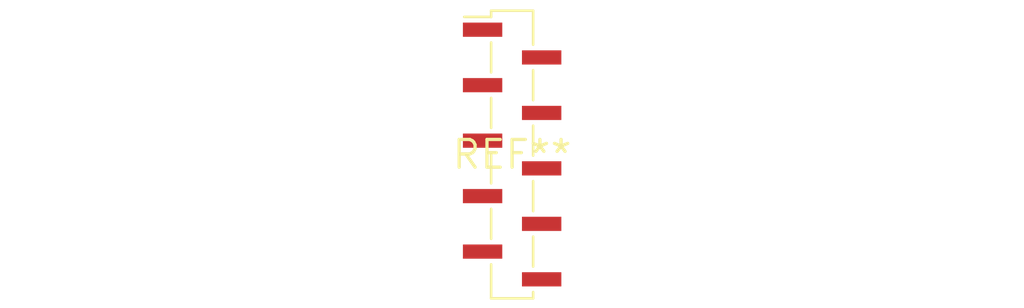
<source format=kicad_pcb>
(kicad_pcb (version 20240108) (generator pcbnew)
  (layers (0 "F.Cu" signal) (31 "B.Cu" signal) (34 "B.Paste" user) (35 "F.Paste" user) (36 "B.SilkS" user "B.Silkscreen") (37 "F.SilkS" user "F.Silkscreen") (38 "B.Mask" user) (39 "F.Mask" user) (44 "Edge.Cuts" user))
  (net 0 "")
  (footprint "PinSocket_1x10_P1.27mm_Vertical_SMD_Pin1Left" (layer "F.Cu") (at 0 0)
    (property "Reference" "REF**")
    (property "Value" "PinSocket_1x10_P1.27mm_Vertical_SMD_Pin1Left")
    (fp_line (start -2.19 -6.3) (end -0.96 -6.3) (layer "F.SilkS") (stroke (width 0.12)))
    (fp_line (start -0.96 -6.585) (end -0.96 -6.3) (layer "F.SilkS") (stroke (width 0.12)))
    (fp_line (start -0.96 -6.585) (end 0.96 -6.585) (layer "F.SilkS") (stroke (width 0.12)))
    (fp_line (start -0.96 -5.13) (end -0.96 -3.76) (layer "F.SilkS") (stroke (width 0.12)))
    (fp_line (start -0.96 -2.59) (end -0.96 -1.22) (layer "F.SilkS") (stroke (width 0.12)))
    (fp_line (start -0.96 -0.05) (end -0.96 1.32) (layer "F.SilkS") (stroke (width 0.12)))
    (fp_line (start -0.96 2.49) (end -0.96 3.86) (layer "F.SilkS") (stroke (width 0.12)))
    (fp_line (start -0.96 5.03) (end -0.96 6.585) (layer "F.SilkS") (stroke (width 0.12)))
    (fp_line (start -0.96 6.585) (end 0.96 6.585) (layer "F.SilkS") (stroke (width 0.12)))
    (fp_line (start 0.96 -6.585) (end 0.96 -5.03) (layer "F.SilkS") (stroke (width 0.12)))
    (fp_line (start 0.96 -3.86) (end 0.96 -2.49) (layer "F.SilkS") (stroke (width 0.12)))
    (fp_line (start 0.96 -1.32) (end 0.96 0.05) (layer "F.SilkS") (stroke (width 0.12)))
    (fp_line (start 0.96 1.22) (end 0.96 2.59) (layer "F.SilkS") (stroke (width 0.12)))
    (fp_line (start 0.96 3.76) (end 0.96 5.13) (layer "F.SilkS") (stroke (width 0.12)))
    (fp_line (start 0.96 6.3) (end 0.96 6.585) (layer "F.SilkS") (stroke (width 0.12)))
    (pad "1" smd rect (at -1.35 -5.715) (size 1.8 0.65) (layers "F.Cu" "F.Paste" "F.Mask"))
    (pad "2" smd rect (at 1.35 -4.445) (size 1.8 0.65) (layers "F.Cu" "F.Paste" "F.Mask"))
    (pad "3" smd rect (at -1.35 -3.175) (size 1.8 0.65) (layers "F.Cu" "F.Paste" "F.Mask"))
    (pad "4" smd rect (at 1.35 -1.905) (size 1.8 0.65) (layers "F.Cu" "F.Paste" "F.Mask"))
    (pad "5" smd rect (at -1.35 -0.635) (size 1.8 0.65) (layers "F.Cu" "F.Paste" "F.Mask"))
    (pad "6" smd rect (at 1.35 0.635) (size 1.8 0.65) (layers "F.Cu" "F.Paste" "F.Mask"))
    (pad "7" smd rect (at -1.35 1.905) (size 1.8 0.65) (layers "F.Cu" "F.Paste" "F.Mask"))
    (pad "8" smd rect (at 1.35 3.175) (size 1.8 0.65) (layers "F.Cu" "F.Paste" "F.Mask"))
    (pad "9" smd rect (at -1.35 4.445) (size 1.8 0.65) (layers "F.Cu" "F.Paste" "F.Mask"))
    (pad "10" smd rect (at 1.35 5.715) (size 1.8 0.65) (layers "F.Cu" "F.Paste" "F.Mask"))
  )
)
</source>
